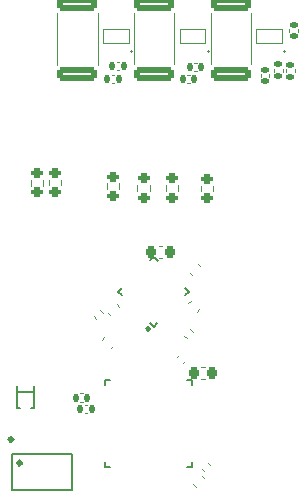
<source format=gbo>
G04 #@! TF.GenerationSoftware,KiCad,Pcbnew,8.0.4*
G04 #@! TF.CreationDate,2024-09-18T18:28:33+10:00*
G04 #@! TF.ProjectId,ESC,4553432e-6b69-4636-9164-5f7063625858,rev?*
G04 #@! TF.SameCoordinates,Original*
G04 #@! TF.FileFunction,Legend,Bot*
G04 #@! TF.FilePolarity,Positive*
%FSLAX46Y46*%
G04 Gerber Fmt 4.6, Leading zero omitted, Abs format (unit mm)*
G04 Created by KiCad (PCBNEW 8.0.4) date 2024-09-18 18:28:33*
%MOMM*%
%LPD*%
G01*
G04 APERTURE LIST*
G04 Aperture macros list*
%AMRoundRect*
0 Rectangle with rounded corners*
0 $1 Rounding radius*
0 $2 $3 $4 $5 $6 $7 $8 $9 X,Y pos of 4 corners*
0 Add a 4 corners polygon primitive as box body*
4,1,4,$2,$3,$4,$5,$6,$7,$8,$9,$2,$3,0*
0 Add four circle primitives for the rounded corners*
1,1,$1+$1,$2,$3*
1,1,$1+$1,$4,$5*
1,1,$1+$1,$6,$7*
1,1,$1+$1,$8,$9*
0 Add four rect primitives between the rounded corners*
20,1,$1+$1,$2,$3,$4,$5,0*
20,1,$1+$1,$4,$5,$6,$7,0*
20,1,$1+$1,$6,$7,$8,$9,0*
20,1,$1+$1,$8,$9,$2,$3,0*%
%AMRotRect*
0 Rectangle, with rotation*
0 The origin of the aperture is its center*
0 $1 length*
0 $2 width*
0 $3 Rotation angle, in degrees counterclockwise*
0 Add horizontal line*
21,1,$1,$2,0,0,$3*%
G04 Aperture macros list end*
%ADD10C,0.120000*%
%ADD11C,0.150000*%
%ADD12C,0.300000*%
%ADD13C,0.250000*%
%ADD14C,0.200000*%
%ADD15R,1.700000X1.700000*%
%ADD16O,1.700000X1.700000*%
%ADD17R,1.350000X1.350000*%
%ADD18O,1.350000X1.350000*%
%ADD19RoundRect,0.225000X-0.017678X0.335876X-0.335876X0.017678X0.017678X-0.335876X0.335876X-0.017678X0*%
%ADD20RoundRect,0.225000X-0.225000X-0.250000X0.225000X-0.250000X0.225000X0.250000X-0.225000X0.250000X0*%
%ADD21RoundRect,0.135000X-0.185000X0.135000X-0.185000X-0.135000X0.185000X-0.135000X0.185000X0.135000X0*%
%ADD22RoundRect,0.140000X0.140000X0.170000X-0.140000X0.170000X-0.140000X-0.170000X0.140000X-0.170000X0*%
%ADD23RoundRect,0.140000X-0.140000X-0.170000X0.140000X-0.170000X0.140000X0.170000X-0.140000X0.170000X0*%
%ADD24O,0.590000X2.050000*%
%ADD25RoundRect,0.135000X-0.226274X-0.035355X-0.035355X-0.226274X0.226274X0.035355X0.035355X0.226274X0*%
%ADD26RoundRect,0.200000X0.275000X-0.200000X0.275000X0.200000X-0.275000X0.200000X-0.275000X-0.200000X0*%
%ADD27RoundRect,0.140000X0.170000X-0.140000X0.170000X0.140000X-0.170000X0.140000X-0.170000X-0.140000X0*%
%ADD28RoundRect,0.135000X0.185000X-0.135000X0.185000X0.135000X-0.185000X0.135000X-0.185000X-0.135000X0*%
%ADD29RoundRect,0.140000X0.021213X-0.219203X0.219203X-0.021213X-0.021213X0.219203X-0.219203X0.021213X0*%
%ADD30R,0.400000X0.800000*%
%ADD31RoundRect,0.225000X0.017678X-0.335876X0.335876X-0.017678X-0.017678X0.335876X-0.335876X0.017678X0*%
%ADD32R,0.500000X0.780000*%
%ADD33RoundRect,0.225000X0.225000X0.250000X-0.225000X0.250000X-0.225000X-0.250000X0.225000X-0.250000X0*%
%ADD34RoundRect,0.250000X-1.425000X0.362500X-1.425000X-0.362500X1.425000X-0.362500X1.425000X0.362500X0*%
%ADD35RoundRect,0.225000X-0.335876X-0.017678X-0.017678X-0.335876X0.335876X0.017678X0.017678X0.335876X0*%
%ADD36O,0.280000X0.900000*%
%ADD37O,0.900000X0.280000*%
%ADD38R,5.500000X5.500000*%
%ADD39RotRect,0.600000X0.250000X45.000000*%
%ADD40RotRect,0.250000X0.600000X45.000000*%
%ADD41RotRect,2.450000X2.450000X45.000000*%
%ADD42RoundRect,0.140000X-0.219203X-0.021213X-0.021213X-0.219203X0.219203X0.021213X0.021213X0.219203X0*%
%ADD43RoundRect,0.135000X0.226274X0.035355X0.035355X0.226274X-0.226274X-0.035355X-0.035355X-0.226274X0*%
%ADD44RoundRect,0.225000X0.335876X0.017678X0.017678X0.335876X-0.335876X-0.017678X-0.017678X-0.335876X0*%
%ADD45RoundRect,0.140000X-0.170000X0.140000X-0.170000X-0.140000X0.170000X-0.140000X0.170000X0.140000X0*%
G04 APERTURE END LIST*
D10*
X109487978Y-58890773D02*
X109686789Y-58691962D01*
X110209227Y-59612022D02*
X110408038Y-59413211D01*
X118165581Y-61190000D02*
X117884419Y-61190000D01*
X118165581Y-62210000D02*
X117884419Y-62210000D01*
X124020000Y-36243642D02*
X124020000Y-35936360D01*
X124780000Y-36243642D02*
X124780000Y-35936360D01*
X117292164Y-35440000D02*
X117507836Y-35440000D01*
X117292164Y-36160000D02*
X117507836Y-36160000D01*
X107637164Y-63440000D02*
X107852836Y-63440000D01*
X107637164Y-64160000D02*
X107852836Y-64160000D01*
X116927836Y-36440000D02*
X116712164Y-36440000D01*
X116927836Y-37160000D02*
X116712164Y-37160000D01*
D11*
X101880000Y-68585000D02*
X106940000Y-68585000D01*
X101880000Y-71625000D02*
X101880000Y-68585000D01*
X106940000Y-68585000D02*
X106940000Y-71625000D01*
X106940000Y-71625000D02*
X101880000Y-71625000D01*
D12*
X101910000Y-67335000D02*
G75*
G02*
X101610000Y-67335000I-150000J0D01*
G01*
X101610000Y-67335000D02*
G75*
G02*
X101910000Y-67335000I150000J0D01*
G01*
X102650000Y-69335000D02*
G75*
G02*
X102350000Y-69335000I-150000J0D01*
G01*
X102350000Y-69335000D02*
G75*
G02*
X102650000Y-69335000I150000J0D01*
G01*
D10*
X116639940Y-58777341D02*
X116422659Y-58560060D01*
X117177341Y-58239940D02*
X116960060Y-58022659D01*
X110507836Y-36440000D02*
X110292164Y-36440000D01*
X110507836Y-37160000D02*
X110292164Y-37160000D01*
X117827500Y-45862742D02*
X117827500Y-46337258D01*
X118872500Y-45862742D02*
X118872500Y-46337258D01*
X125340000Y-32592164D02*
X125340000Y-32807836D01*
X126060000Y-32592164D02*
X126060000Y-32807836D01*
X125020000Y-35956358D02*
X125020000Y-36263640D01*
X125780000Y-35956358D02*
X125780000Y-36263640D01*
X115982282Y-60208601D02*
X115829779Y-60361104D01*
X116491399Y-60717718D02*
X116338896Y-60870221D01*
X108022164Y-64390000D02*
X108237836Y-64390000D01*
X108022164Y-65110000D02*
X108237836Y-65110000D01*
X109877500Y-45662742D02*
X109877500Y-46137258D01*
X110922500Y-45662742D02*
X110922500Y-46137258D01*
X112477500Y-45787742D02*
X112477500Y-46262258D01*
X113522500Y-45787742D02*
X113522500Y-46262258D01*
X122532500Y-32560000D02*
X124722500Y-32560000D01*
X122532500Y-33720000D02*
X122532500Y-32560000D01*
X122532500Y-33730000D02*
X122532500Y-33720000D01*
X124712500Y-33730000D02*
X122532500Y-33730000D01*
X124722500Y-32560000D02*
X124722500Y-33730000D01*
X124722500Y-33730000D02*
X124712500Y-33730000D01*
D13*
X124902501Y-34420000D02*
X124902501Y-34420000D01*
X124902501Y-34420000D01*
X124902501Y-34420000D01*
X124902501Y-34420000D01*
X124902501Y-34420000D01*
X124902501Y-34420001D01*
X124902501Y-34420001D01*
X124902501Y-34420001D01*
X124902501Y-34420001D01*
X124902501Y-34420001D01*
X124902501Y-34420001D01*
X124902501Y-34420001D01*
X124902500Y-34420001D01*
X124902500Y-34420001D01*
X124902500Y-34420001D01*
X124902500Y-34420001D01*
X124902500Y-34420001D01*
X124902500Y-34420001D01*
X124902500Y-34420001D01*
X124902500Y-34420001D01*
X124902500Y-34420001D01*
X124902500Y-34420001D01*
X124902500Y-34420001D01*
X124902500Y-34420001D01*
X124902499Y-34420001D01*
X124902499Y-34420001D01*
X124902499Y-34420001D01*
X124902499Y-34420001D01*
X124902499Y-34420001D01*
X124902499Y-34420001D01*
X124902499Y-34420000D01*
X124902499Y-34420000D01*
X124902499Y-34420000D01*
X124902499Y-34420000D01*
X124902499Y-34420000D01*
X124902499Y-34420000D01*
X124902499Y-34420000D02*
X124902499Y-34420000D01*
X124902499Y-34420000D01*
X124902499Y-34420000D01*
X124902499Y-34420000D01*
X124902499Y-34420000D01*
X124902499Y-34420000D01*
X124902499Y-34419999D01*
X124902499Y-34419999D01*
X124902499Y-34419999D01*
X124902499Y-34419999D01*
X124902499Y-34419999D01*
X124902500Y-34419999D01*
X124902500Y-34419999D01*
X124902500Y-34419999D01*
X124902500Y-34419999D01*
X124902500Y-34419999D01*
X124902500Y-34419999D01*
X124902500Y-34419999D01*
X124902500Y-34419999D01*
X124902500Y-34419999D01*
X124902500Y-34419999D01*
X124902500Y-34419999D01*
X124902500Y-34419999D01*
X124902501Y-34419999D01*
X124902501Y-34419999D01*
X124902501Y-34419999D01*
X124902501Y-34419999D01*
X124902501Y-34419999D01*
X124902501Y-34419999D01*
X124902501Y-34420000D01*
X124902501Y-34420000D01*
X124902501Y-34420000D01*
X124902501Y-34420000D01*
X124902501Y-34420000D01*
X124902501Y-34420000D01*
X124902501Y-34420000D01*
D10*
X116986789Y-55591962D02*
X116787978Y-55790773D01*
X117708038Y-56313211D02*
X117509227Y-56512022D01*
D11*
X102300000Y-62810000D02*
X102300000Y-64670000D01*
X102300000Y-63320000D02*
X103700000Y-63320000D01*
X102300000Y-64670000D02*
X102570000Y-64670000D01*
X103430000Y-64670000D02*
X103700000Y-64670000D01*
X103700000Y-62810000D02*
X103700000Y-64670000D01*
D10*
X114284419Y-50990000D02*
X114565581Y-50990000D01*
X114284419Y-52010000D02*
X114565581Y-52010000D01*
X104977500Y-45337742D02*
X104977500Y-45812258D01*
X106022500Y-45337742D02*
X106022500Y-45812258D01*
X112180606Y-35577064D02*
X112180606Y-31222936D01*
X115600606Y-35577064D02*
X115600606Y-31222936D01*
X117407967Y-71329216D02*
X117209156Y-71130405D01*
X118129216Y-70607967D02*
X117930405Y-70409156D01*
D14*
X109700000Y-62275000D02*
X109700000Y-62695000D01*
X109700000Y-69675000D02*
X109700000Y-69245000D01*
X110130000Y-62275000D02*
X109700000Y-62275000D01*
X110130000Y-69675000D02*
X109700000Y-69675000D01*
X116680000Y-62275000D02*
X117100000Y-62275000D01*
X117100000Y-62275000D02*
X117100000Y-62695000D01*
X117100000Y-69245000D02*
X117100000Y-69675000D01*
X117100000Y-69675000D02*
X116680000Y-69675000D01*
D12*
X116950001Y-70175000D02*
X116950001Y-70175000D01*
X116950001Y-70175000D01*
X116950001Y-70175000D01*
X116950001Y-70175000D01*
X116950001Y-70175000D01*
X116950001Y-70175001D01*
X116950001Y-70175001D01*
X116950001Y-70175001D01*
X116950001Y-70175001D01*
X116950001Y-70175001D01*
X116950001Y-70175001D01*
X116950001Y-70175001D01*
X116950000Y-70175001D01*
X116950000Y-70175001D01*
X116950000Y-70175001D01*
X116950000Y-70175001D01*
X116950000Y-70175001D01*
X116950000Y-70175001D01*
X116950000Y-70175001D01*
X116950000Y-70175001D01*
X116950000Y-70175001D01*
X116950000Y-70175001D01*
X116950000Y-70175001D01*
X116950000Y-70175001D01*
X116949999Y-70175001D01*
X116949999Y-70175001D01*
X116949999Y-70175001D01*
X116949999Y-70175001D01*
X116949999Y-70175001D01*
X116949999Y-70175001D01*
X116949999Y-70175000D01*
X116949999Y-70175000D01*
X116949999Y-70175000D01*
X116949999Y-70175000D01*
X116949999Y-70175000D01*
X116949999Y-70175000D01*
X116949999Y-70175000D02*
X116949999Y-70175000D01*
X116949999Y-70175000D01*
X116949999Y-70175000D01*
X116949999Y-70175000D01*
X116949999Y-70175000D01*
X116949999Y-70175000D01*
X116949999Y-70174999D01*
X116949999Y-70174999D01*
X116949999Y-70174999D01*
X116949999Y-70174999D01*
X116949999Y-70174999D01*
X116950000Y-70174999D01*
X116950000Y-70174999D01*
X116950000Y-70174999D01*
X116950000Y-70174999D01*
X116950000Y-70174999D01*
X116950000Y-70174999D01*
X116950000Y-70174999D01*
X116950000Y-70174999D01*
X116950000Y-70174999D01*
X116950000Y-70174999D01*
X116950000Y-70174999D01*
X116950000Y-70174999D01*
X116950001Y-70174999D01*
X116950001Y-70174999D01*
X116950001Y-70174999D01*
X116950001Y-70174999D01*
X116950001Y-70174999D01*
X116950001Y-70174999D01*
X116950001Y-70175000D01*
X116950001Y-70175000D01*
X116950001Y-70175000D01*
X116950001Y-70175000D01*
X116950001Y-70175000D01*
X116950001Y-70175000D01*
X116950001Y-70175000D01*
D11*
X110870532Y-54827384D02*
X111153374Y-55110227D01*
X111153374Y-54544541D02*
X110870532Y-54827384D01*
X113557537Y-52140378D02*
X113840380Y-51857536D01*
X113840380Y-51857536D02*
X114193933Y-52211089D01*
X113840380Y-57797232D02*
X113557537Y-57514390D01*
X114123223Y-57514390D02*
X113840380Y-57797232D01*
X116527386Y-54544541D02*
X116810228Y-54827384D01*
X116810228Y-54827384D02*
X116527386Y-55110227D01*
D13*
X113524903Y-57974009D02*
G75*
G02*
X113264903Y-57974009I-130000J0D01*
G01*
X113264903Y-57974009D02*
G75*
G02*
X113524903Y-57974009I130000J0D01*
G01*
D10*
X118082282Y-69991399D02*
X117929779Y-69838896D01*
X118591399Y-69482282D02*
X118438896Y-69329779D01*
X109550000Y-32560000D02*
X111740000Y-32560000D01*
X109550000Y-33720000D02*
X109550000Y-32560000D01*
X109550000Y-33730000D02*
X109550000Y-33720000D01*
X111730000Y-33730000D02*
X109550000Y-33730000D01*
X111740000Y-32560000D02*
X111740000Y-33730000D01*
X111740000Y-33730000D02*
X111730000Y-33730000D01*
D13*
X111920001Y-34420000D02*
X111920001Y-34420000D01*
X111920001Y-34420000D01*
X111920001Y-34420000D01*
X111920001Y-34420000D01*
X111920001Y-34420000D01*
X111920001Y-34420001D01*
X111920001Y-34420001D01*
X111920001Y-34420001D01*
X111920001Y-34420001D01*
X111920001Y-34420001D01*
X111920001Y-34420001D01*
X111920001Y-34420001D01*
X111920000Y-34420001D01*
X111920000Y-34420001D01*
X111920000Y-34420001D01*
X111920000Y-34420001D01*
X111920000Y-34420001D01*
X111920000Y-34420001D01*
X111920000Y-34420001D01*
X111920000Y-34420001D01*
X111920000Y-34420001D01*
X111920000Y-34420001D01*
X111920000Y-34420001D01*
X111920000Y-34420001D01*
X111919999Y-34420001D01*
X111919999Y-34420001D01*
X111919999Y-34420001D01*
X111919999Y-34420001D01*
X111919999Y-34420001D01*
X111919999Y-34420001D01*
X111919999Y-34420000D01*
X111919999Y-34420000D01*
X111919999Y-34420000D01*
X111919999Y-34420000D01*
X111919999Y-34420000D01*
X111919999Y-34420000D01*
X111919999Y-34420000D02*
X111919999Y-34420000D01*
X111919999Y-34420000D01*
X111919999Y-34420000D01*
X111919999Y-34420000D01*
X111919999Y-34420000D01*
X111919999Y-34420000D01*
X111919999Y-34419999D01*
X111919999Y-34419999D01*
X111919999Y-34419999D01*
X111919999Y-34419999D01*
X111919999Y-34419999D01*
X111920000Y-34419999D01*
X111920000Y-34419999D01*
X111920000Y-34419999D01*
X111920000Y-34419999D01*
X111920000Y-34419999D01*
X111920000Y-34419999D01*
X111920000Y-34419999D01*
X111920000Y-34419999D01*
X111920000Y-34419999D01*
X111920000Y-34419999D01*
X111920000Y-34419999D01*
X111920000Y-34419999D01*
X111920001Y-34419999D01*
X111920001Y-34419999D01*
X111920001Y-34419999D01*
X111920001Y-34419999D01*
X111920001Y-34419999D01*
X111920001Y-34419999D01*
X111920001Y-34420000D01*
X111920001Y-34420000D01*
X111920001Y-34420000D01*
X111920001Y-34420000D01*
X111920001Y-34420000D01*
X111920001Y-34420000D01*
X111920001Y-34420000D01*
D10*
X108783283Y-56920684D02*
X109000564Y-57137965D01*
X109320684Y-56383283D02*
X109537965Y-56600564D01*
X118690000Y-35577064D02*
X118690000Y-31222936D01*
X122110000Y-35577064D02*
X122110000Y-31222936D01*
X105690000Y-35589564D02*
X105690000Y-31235436D01*
X109110000Y-35589564D02*
X109110000Y-31235436D01*
X103427500Y-45362742D02*
X103427500Y-45837258D01*
X104472500Y-45362742D02*
X104472500Y-45837258D01*
X114877500Y-45787742D02*
X114877500Y-46262258D01*
X115922500Y-45787742D02*
X115922500Y-46262258D01*
X116887978Y-53209227D02*
X117086789Y-53408038D01*
X117609227Y-52487978D02*
X117808038Y-52686789D01*
X110712164Y-35340000D02*
X110927836Y-35340000D01*
X110712164Y-36060000D02*
X110927836Y-36060000D01*
X109991962Y-56613211D02*
X110190773Y-56812022D01*
X110713211Y-55891962D02*
X110912022Y-56090773D01*
X116050000Y-32560000D02*
X118240000Y-32560000D01*
X116050000Y-33720000D02*
X116050000Y-32560000D01*
X116050000Y-33730000D02*
X116050000Y-33720000D01*
X118230000Y-33730000D02*
X116050000Y-33730000D01*
X118240000Y-32560000D02*
X118240000Y-33730000D01*
X118240000Y-33730000D02*
X118230000Y-33730000D01*
D13*
X118420001Y-34420000D02*
X118420001Y-34420000D01*
X118420001Y-34420000D01*
X118420001Y-34420000D01*
X118420001Y-34420000D01*
X118420001Y-34420000D01*
X118420001Y-34420001D01*
X118420001Y-34420001D01*
X118420001Y-34420001D01*
X118420001Y-34420001D01*
X118420001Y-34420001D01*
X118420001Y-34420001D01*
X118420001Y-34420001D01*
X118420000Y-34420001D01*
X118420000Y-34420001D01*
X118420000Y-34420001D01*
X118420000Y-34420001D01*
X118420000Y-34420001D01*
X118420000Y-34420001D01*
X118420000Y-34420001D01*
X118420000Y-34420001D01*
X118420000Y-34420001D01*
X118420000Y-34420001D01*
X118420000Y-34420001D01*
X118420000Y-34420001D01*
X118419999Y-34420001D01*
X118419999Y-34420001D01*
X118419999Y-34420001D01*
X118419999Y-34420001D01*
X118419999Y-34420001D01*
X118419999Y-34420001D01*
X118419999Y-34420000D01*
X118419999Y-34420000D01*
X118419999Y-34420000D01*
X118419999Y-34420000D01*
X118419999Y-34420000D01*
X118419999Y-34420000D01*
X118419999Y-34420000D02*
X118419999Y-34420000D01*
X118419999Y-34420000D01*
X118419999Y-34420000D01*
X118419999Y-34420000D01*
X118419999Y-34420000D01*
X118419999Y-34420000D01*
X118419999Y-34419999D01*
X118419999Y-34419999D01*
X118419999Y-34419999D01*
X118419999Y-34419999D01*
X118419999Y-34419999D01*
X118420000Y-34419999D01*
X118420000Y-34419999D01*
X118420000Y-34419999D01*
X118420000Y-34419999D01*
X118420000Y-34419999D01*
X118420000Y-34419999D01*
X118420000Y-34419999D01*
X118420000Y-34419999D01*
X118420000Y-34419999D01*
X118420000Y-34419999D01*
X118420000Y-34419999D01*
X118420000Y-34419999D01*
X118420001Y-34419999D01*
X118420001Y-34419999D01*
X118420001Y-34419999D01*
X118420001Y-34419999D01*
X118420001Y-34419999D01*
X118420001Y-34419999D01*
X118420001Y-34420000D01*
X118420001Y-34420000D01*
X118420001Y-34420000D01*
X118420001Y-34420000D01*
X118420001Y-34420000D01*
X118420001Y-34420000D01*
X118420001Y-34420000D01*
D10*
X122940000Y-36607836D02*
X122940000Y-36392164D01*
X123660000Y-36607836D02*
X123660000Y-36392164D01*
%LPC*%
D15*
X121750000Y-63170000D03*
D16*
X121750000Y-65710000D03*
X121750000Y-68250000D03*
X121750000Y-70790000D03*
D15*
X128125000Y-39900000D03*
D16*
X128125000Y-37360000D03*
X128125000Y-34820000D03*
X128125000Y-32280000D03*
X128125000Y-29740000D03*
D15*
X116390000Y-74500000D03*
D16*
X113850000Y-74500000D03*
X111310001Y-74500000D03*
X108770000Y-74500000D03*
D17*
X103475000Y-74750000D03*
D18*
X105475001Y-74750000D03*
D17*
X119775000Y-74350000D03*
D18*
X121775001Y-74350000D03*
D19*
X110496016Y-58603984D03*
X109400000Y-59700000D03*
D20*
X117250000Y-61700000D03*
X118800000Y-61700000D03*
D21*
X124400000Y-35580002D03*
X124400000Y-36600000D03*
D22*
X117880000Y-35800000D03*
X116920000Y-35800000D03*
X108225000Y-63800000D03*
X107265000Y-63800000D03*
D23*
X116340000Y-36800000D03*
X117300000Y-36800000D03*
D24*
X102500000Y-67335000D03*
X103780000Y-67335000D03*
X105040000Y-67335000D03*
X106310000Y-67335000D03*
X106310000Y-72875000D03*
X105040000Y-72875000D03*
X103780000Y-72875000D03*
X102500000Y-72875000D03*
D25*
X116439376Y-58039376D03*
X117160624Y-58760624D03*
D23*
X109920000Y-36800000D03*
X110880000Y-36800000D03*
D26*
X118350000Y-46925000D03*
X118350000Y-45275000D03*
D27*
X125700000Y-33180000D03*
X125700000Y-32220000D03*
D28*
X125400000Y-36619998D03*
X125400000Y-35600000D03*
D29*
X115821178Y-60878822D03*
X116500000Y-60200000D03*
D22*
X108610000Y-64750000D03*
X107650000Y-64750000D03*
D26*
X110400000Y-46725000D03*
X110400000Y-45075000D03*
X113000000Y-46850000D03*
X113000000Y-45200000D03*
D30*
X124282500Y-34300000D03*
X123632500Y-34300000D03*
X122982500Y-34300000D03*
X122982500Y-32000000D03*
X123632500Y-32000000D03*
X124282500Y-32000000D03*
D31*
X116700000Y-56600000D03*
X117796016Y-55503984D03*
D32*
X103000000Y-64780000D03*
X103000000Y-62700000D03*
D33*
X115200000Y-51500000D03*
X113650000Y-51500000D03*
D26*
X105500000Y-46400000D03*
X105500000Y-44750000D03*
D34*
X113890606Y-30437500D03*
X113890606Y-36362500D03*
D35*
X117121178Y-70321178D03*
X118217194Y-71417194D03*
D36*
X116150000Y-69425000D03*
X115650000Y-69425000D03*
X115150000Y-69425000D03*
X114650000Y-69425000D03*
X114150000Y-69425000D03*
X113650000Y-69425000D03*
X113150000Y-69425000D03*
X112650000Y-69425000D03*
X112150000Y-69425000D03*
X111650000Y-69425000D03*
X111150000Y-69425000D03*
X110650000Y-69425000D03*
D37*
X109950000Y-68725000D03*
X109950000Y-68225000D03*
X109950000Y-67725000D03*
X109950000Y-67225000D03*
X109950000Y-66725000D03*
X109950000Y-66225000D03*
X109950000Y-65725000D03*
X109950000Y-65225000D03*
X109950000Y-64725000D03*
X109950000Y-64225000D03*
X109950000Y-63725000D03*
X109950000Y-63225000D03*
D36*
X110650000Y-62525000D03*
X111150000Y-62525000D03*
X111650000Y-62525000D03*
X112150000Y-62525000D03*
X112650000Y-62525000D03*
X113150000Y-62525000D03*
X113650000Y-62525000D03*
X114150000Y-62525000D03*
X114650000Y-62525000D03*
X115150000Y-62525000D03*
X115650000Y-62525000D03*
X116150000Y-62525000D03*
D37*
X116850000Y-63225000D03*
X116850000Y-63725000D03*
X116850000Y-64225000D03*
X116850000Y-64725000D03*
X116850000Y-65225000D03*
X116850000Y-65725000D03*
X116850000Y-66225000D03*
X116850000Y-66725000D03*
X116850000Y-67225000D03*
X116850000Y-67725000D03*
X116850000Y-68225000D03*
X116850000Y-68725000D03*
D38*
X113400000Y-65975000D03*
D39*
X113380761Y-57054770D03*
X113027207Y-56701217D03*
X112673654Y-56347664D03*
X112320100Y-55994110D03*
X111966547Y-55640557D03*
X111612994Y-55287003D03*
D40*
X111612994Y-54367765D03*
X111966547Y-54014211D03*
X112320100Y-53660658D03*
X112673654Y-53307104D03*
X113027207Y-52953551D03*
X113380761Y-52599998D03*
D39*
X114299999Y-52599998D03*
X114653553Y-52953551D03*
X115007106Y-53307104D03*
X115360660Y-53660658D03*
X115714213Y-54014211D03*
X116067766Y-54367765D03*
D40*
X116067766Y-55287003D03*
X115714213Y-55640557D03*
X115360660Y-55994110D03*
X115007106Y-56347664D03*
X114653553Y-56701217D03*
X114299999Y-57054770D03*
D41*
X113840380Y-54827384D03*
D42*
X117921178Y-69321178D03*
X118600000Y-70000000D03*
D30*
X111300000Y-34300000D03*
X110650000Y-34300000D03*
X110000000Y-34300000D03*
X110000000Y-32000000D03*
X110650000Y-32000000D03*
X111300000Y-32000000D03*
D43*
X109521248Y-57121248D03*
X108800000Y-56400000D03*
D34*
X120400000Y-30437500D03*
X120400000Y-36362500D03*
X107400000Y-30450000D03*
X107400000Y-36375000D03*
D26*
X103950000Y-46425000D03*
X103950000Y-44775000D03*
X115400000Y-46850000D03*
X115400000Y-45200000D03*
D44*
X117896016Y-53496016D03*
X116800000Y-52400000D03*
D22*
X111300000Y-35700000D03*
X110340000Y-35700000D03*
D44*
X111000000Y-56900000D03*
X109903984Y-55803984D03*
D30*
X117800000Y-34300000D03*
X117150000Y-34300000D03*
X116500000Y-34300000D03*
X116500000Y-32000000D03*
X117150000Y-32000000D03*
X117800000Y-32000000D03*
D45*
X123300000Y-36020000D03*
X123300000Y-36980000D03*
%LPD*%
M02*

</source>
